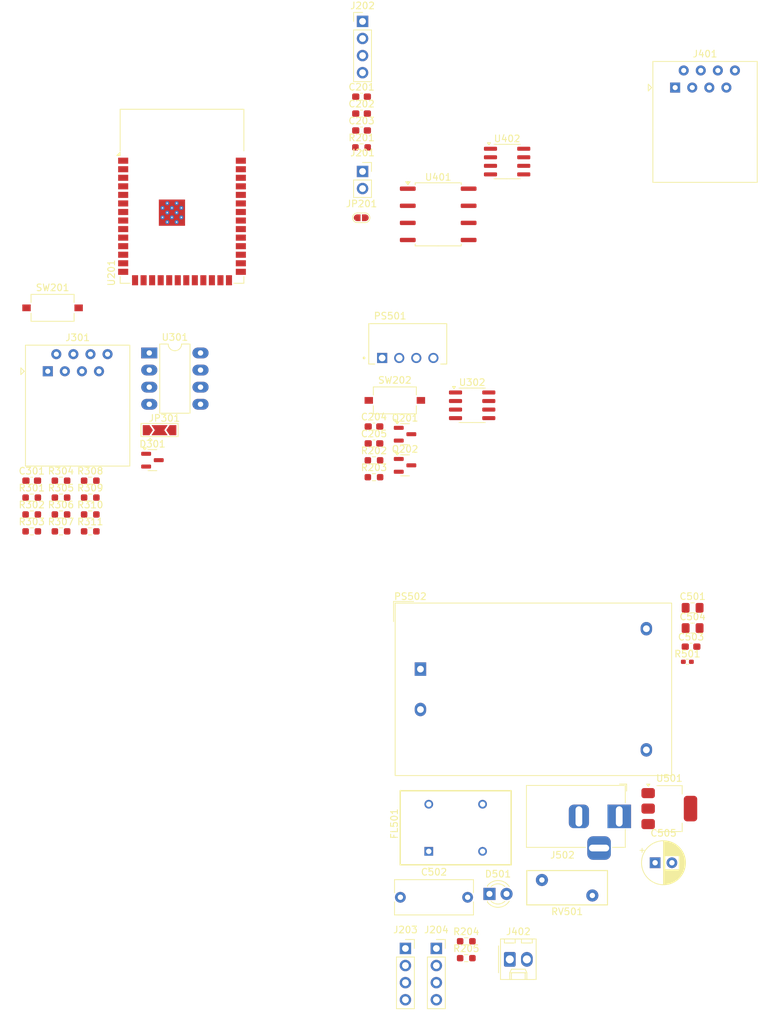
<source format=kicad_pcb>
(kicad_pcb (version 20240108) (generator "pcbnew") (generator_version "8.0")
  (layers (0 "F.Cu" signal) (31 "B.Cu" signal) (34 "B.Paste" user) (35 "F.Paste" user) (36 "B.SilkS" user "B.Silkscreen") (37 "F.SilkS" user "F.Silkscreen") (38 "B.Mask" user) (39 "F.Mask" user) (44 "Edge.Cuts" user))
  (net 0 "")
  (net 1 "Net-(JP201-B)")
  (net 2 "+5V")
  (net 3 "A")
  (net 4 "B")
  (net 5 "VCC")
  (net 10 "Net-(JP301-C)")
  (net 12 "TX-485")
  (net 13 "DE-485")
  (net 14 "RE-485")
  (net 15 "RX-485")
  (net 18 "Net-(C502-Pad1)")
  (net 19 "Net-(J501-Pin_1)")
  (net 37 "GND")
  (net 38 "3V3")
  (net 39 "RST")
  (net 40 "EN")
  (net 42 "UART0TX")
  (net 43 "UART0RX")
  (net 47 "Net-(D501-A)")
  (net 53 "Net-(PS502-AC_2)")
  (net 64 "Net-(PS502-AC_1)")
  (net 66 "SDA")
  (net 72 "ISO_5V")
  (net 73 "ISO_GND")
  (net 74 "Net-(Q201-B)")
  (net 75 "/esp32-module/RTS")
  (net 76 "/esp32-module/DTR")
  (net 77 "Net-(Q202-B)")
  (net 78 "+3.3V")
  (net 79 "SCL")
  (net 80 "/CAN_module/CAN_H")
  (net 81 "/CAN_module/CAN_L")
  (footprint "Resistor_SMD:R_0603_1608Metric_Pad0.98x0.95mm_HandSolder" (layer "F.Cu") (at 178.025 90.31)
    (property "Reference" "R302" (at 0 -1.43 0) (layer "F.SilkS"))
    (property "Value" "10K")
    (pad "1" smd roundrect (at -0.9125 0) (size 0.975 0.95) (layers "F.Cu" "F.Paste" "F.Mask") (net 13 "DE-485"))
    (pad "2" smd roundrect (at 0.9125 0) (size 0.975 0.95) (layers "F.Cu" "F.Paste" "F.Mask") (net 38 "3V3"))
  )
  (footprint "Resistor_SMD:R_0603_1608Metric_Pad0.98x0.95mm_HandSolder" (layer "F.Cu") (at 182.375 87.8)
    (property "Reference" "R305" (at 0 -1.43 0) (layer "F.SilkS"))
    (property "Value" "10K")
    (pad "1" smd roundrect (at -0.9125 0) (size 0.975 0.95) (layers "F.Cu" "F.Paste" "F.Mask") (net 3 "A"))
    (pad "2" smd roundrect (at 0.9125 0) (size 0.975 0.95) (layers "F.Cu" "F.Paste" "F.Mask") (net 10 "Net-(JP301-C)"))
  )
  (footprint "Capacitor_SMD:C_0603_1608Metric_Pad1.08x0.95mm_HandSolder" (layer "F.Cu") (at 227.075 30.76)
    (property "Reference" "C202" (at 0 -1.43 0) (layer "F.SilkS"))
    (property "Value" "10uF")
    (pad "1" smd roundrect (at -0.8625 0) (size 1.075 0.95) (layers "F.Cu" "F.Paste" "F.Mask") (net 38 "3V3"))
    (pad "2" smd roundrect (at 0.8625 0) (size 1.075 0.95) (layers "F.Cu" "F.Paste" "F.Mask") (net 37 "GND"))
  )
  (footprint "Resistor_SMD:R_0603_1608Metric_Pad0.98x0.95mm_HandSolder" (layer "F.Cu") (at 178.025 92.82)
    (property "Reference" "R303" (at 0 -1.43 0) (layer "F.SilkS"))
    (property "Value" "10K")
    (pad "1" smd roundrect (at -0.9125 0) (size 0.975 0.95) (layers "F.Cu" "F.Paste" "F.Mask") (net 14 "RE-485"))
    (pad "2" smd roundrect (at 0.9125 0) (size 0.975 0.95) (layers "F.Cu" "F.Paste" "F.Mask") (net 38 "3V3"))
  )
  (footprint "Connector_RJ:RJ45_Amphenol_54602-x08_Horizontal" (layer "F.Cu") (at 273.7175 26.9)
    (property "Reference" "J401" (at 4.445 -5 0) (layer "F.SilkS"))
    (property "Value" "RJ45")
    (pad "" np_thru_hole circle (at -1.27 6.35) (size 3.2 3.2) (drill 3.2) (layers "*.Cu" "*.Mask"))
    (pad "" np_thru_hole circle (at 10.16 6.35) (size 3.2 3.2) (drill 3.2) (layers "*.Cu" "*.Mask"))
    (pad "1" thru_hole rect (at 0 0) (size 1.5 1.5) (drill 0.76) (layers "*.Cu" "*.Mask"))
    (pad "2" thru_hole circle (at 1.27 -2.54) (size 1.5 1.5) (drill 0.76) (layers "*.Cu" "*.Mask"))
    (pad "3" thru_hole circle (at 2.54 0) (size 1.5 1.5) (drill 0.76) (layers "*.Cu" "*.Mask"))
    (pad "4" thru_hole circle (at 3.81 -2.54) (size 1.5 1.5) (drill 0.76) (layers "*.Cu" "*.Mask"))
    (pad "5" thru_hole circle (at 5.08 0) (size 1.5 1.5) (drill 0.76) (layers "*.Cu" "*.Mask"))
    (pad "6" thru_hole circle (at 6.35 -2.54) (size 1.5 1.5) (drill 0.76) (layers "*.Cu" "*.Mask"))
    (pad "7" thru_hole circle (at 7.62 0) (size 1.5 1.5) (drill 0.76) (layers "*.Cu" "*.Mask"))
    (pad "8" thru_hole circle (at 8.89 -2.54) (size 1.5 1.5) (drill 0.76) (layers "*.Cu" "*.Mask"))
  )
  (footprint "Connector_RJ:RJ45_Amphenol_54602-x08_Horizontal" (layer "F.Cu") (at 180.41 69.04)
    (property "Reference" "J301" (at 4.445 -5 0) (layer "F.SilkS"))
    (property "Value" "RJ45")
    (pad "" np_thru_hole circle (at -1.27 6.35) (size 3.2 3.2) (drill 3.2) (layers "*.Cu" "*.Mask"))
    (pad "" np_thru_hole circle (at 10.16 6.35) (size 3.2 3.2) (drill 3.2) (layers "*.Cu" "*.Mask"))
    (pad "1" thru_hole rect (at 0 0) (size 1.5 1.5) (drill 0.76) (layers "*.Cu" "*.Mask") (net 4 "B"))
    (pad "2" thru_hole circle (at 1.27 -2.54) (size 1.5 1.5) (drill 0.76) (layers "*.Cu" "*.Mask") (net 3 "A"))
    (pad "3" thru_hole circle (at 2.54 0) (size 1.5 1.5) (drill 0.76) (layers "*.Cu" "*.Mask") (net 37 "GND"))
    (pad "4" thru_hole circle (at 3.81 -2.54) (size 1.5 1.5) (drill 0.76) (layers "*.Cu" "*.Mask"))
    (pad "5" thru_hole circle (at 5.08 0) (size 1.5 1.5) (drill 0.76) (layers "*.Cu" "*.Mask"))
    (pad "6" thru_hole circle (at 6.35 -2.54) (size 1.5 1.5) (drill 0.76) (layers "*.Cu" "*.Mask") (net 37 "GND"))
    (pad "7" thru_hole circle (at 7.62 0) (size 1.5 1.5) (drill 0.76) (layers "*.Cu" "*.Mask") (net 3 "A"))
    (pad "8" thru_hole circle (at 8.89 -2.54) (size 1.5 1.5) (drill 0.76) (layers "*.Cu" "*.Mask") (net 4 "B"))
  )
  (footprint "Button_Switch_SMD:SW_Tactile_SPST_NO_Straight_CK_PTS636Sx25SMTRLFS" (layer "F.Cu") (at 181.125 59.62)
    (property "Reference" "SW201" (at 0 -3 0) (layer "F.SilkS"))
    (property "Value" "SW_Omron_B3FS")
    (pad "1" smd rect (at -3.875 0) (size 1.25 1) (layers "F.Cu" "F.Paste" "F.Mask") (net 1 "Net-(JP201-B)"))
    (pad "2" smd rect (at 3.875 0) (size 1.25 1) (layers "F.Cu" "F.Paste" "F.Mask") (net 37 "GND"))
  )
  (footprint "Resistor_SMD:R_0603_1608Metric_Pad0.98x0.95mm_HandSolder" (layer "F.Cu") (at 227.075 35.78)
    (property "Reference" "R201" (at 0 -1.43 0) (layer "F.SilkS"))
    (property "Value" "0R_0603")
    (pad "1" smd roundrect (at -0.9125 0) (size 0.975 0.95) (layers "F.Cu" "F.Paste" "F.Mask") (net 40 "EN"))
    (pad "2" smd roundrect (at 0.9125 0) (size 0.975 0.95) (layers "F.Cu" "F.Paste" "F.Mask") (net 5 "VCC"))
  )
  (footprint "Package_TO_SOT_SMD:SOT-23" (layer "F.Cu") (at 233.545 78.39)
    (property "Reference" "Q201" (at 0 -2.4 0) (layer "F.SilkS"))
    (property "Value" "MMBT3904")
    (pad "1" smd roundrect (at -0.9375 -0.95) (size 1.475 0.6) (layers "F.Cu" "F.Paste" "F.Mask") (net 74 "Net-(Q201-B)"))
    (pad "2" smd roundrect (at -0.9375 0.95) (size 1.475 0.6) (layers "F.Cu" "F.Paste" "F.Mask") (net 75 "/esp32-module/RTS"))
    (pad "3" smd roundrect (at 0.9375 0) (size 1.475 0.6) (layers "F.Cu" "F.Paste" "F.Mask") (net 40 "EN"))
  )
  (footprint "Capacitor_SMD:C_0603_1608Metric_Pad1.08x0.95mm_HandSolder" (layer "F.Cu") (at 228.925 77.245)
    (property "Reference" "C204" (at 0 -1.43 0) (layer "F.SilkS"))
    (property "Value" "0.1uF")
    (pad "1" smd roundrect (at -0.8625 0) (size 1.075 0.95) (layers "F.Cu" "F.Paste" "F.Mask") (net 38 "3V3"))
    (pad "2" smd roundrect (at 0.8625 0) (size 1.075 0.95) (layers "F.Cu" "F.Paste" "F.Mask") (net 37 "GND"))
  )
  (footprint "Package_TO_SOT_SMD:SOT-23" (layer "F.Cu") (at 233.545 83.015)
    (property "Reference" "Q202" (at 0 -2.4 0) (layer "F.SilkS"))
    (property "Value" "MMBT3904")
    (pad "1" smd roundrect (at -0.9375 -0.95) (size 1.475 0.6) (layers "F.Cu" "F.Paste" "F.Mask") (net 77 "Net-(Q202-B)"))
    (pad "2" smd roundrect (at -0.9375 0.95) (size 1.475 0.6) (layers "F.Cu" "F.Paste" "F.Mask") (net 76 "/esp32-module/DTR"))
    (pad "3" smd roundrect (at 0.9375 0) (size 1.475 0.6) (layers "F.Cu" "F.Paste" "F.Mask") (net 39 "RST"))
  )
  (footprint "Resistor_SMD:R_0603_1608Metric_Pad0.98x0.95mm_HandSolder" (layer "F.Cu") (at 228.925 82.265)
    (property "Reference" "R202" (at 0 -1.43 0) (layer "F.SilkS"))
    (property "Value" "0R_0603")
    (pad "1" smd roundrect (at -0.9125 0) (size 0.975 0.95) (layers "F.Cu" "F.Paste" "F.Mask") (net 76 "/esp32-module/DTR"))
    (pad "2" smd roundrect (at 0.9125 0) (size 0.975 0.95) (layers "F.Cu" "F.Paste" "F.Mask") (net 74 "Net-(Q201-B)"))
  )
  (footprint "Resistor_SMD:R_0402_1005Metric_Pad0.72x0.64mm_HandSolder" (layer "F.Cu") (at 275.53 112.195)
    (property "Reference" "R501" (at 0 -1.17 0) (layer "F.SilkS"))
    (property "Value" "1.5K")
    (pad "1" smd roundrect (at -0.5975 0) (size 0.715 0.64) (layers "F.Cu" "F.Paste" "F.Mask") (net 38 "3V3"))
    (pad "2" smd roundrect (at 0.5975 0) (size 0.715 0.64) (layers "F.Cu" "F.Paste" "F.Mask") (net 47 "Net-(D501-A)"))
  )
  (footprint "Button_Switch_SMD:SW_Tactile_SPST_NO_Straight_CK_PTS636Sx25SMTRLFS" (layer "F.Cu") (at 232.025 73.365)
    (property "Reference" "SW202" (at 0 -3 0) (layer "F.SilkS"))
    (property "Value" "SW_Omron_B3FS")
    (pad "1" smd rect (at -3.875 0) (size 1.25 1) (layers "F.Cu" "F.Paste" "F.Mask") (net 39 "RST"))
    (pad "2" smd rect (at 3.875 0) (size 1.25 1) (layers "F.Cu" "F.Paste" "F.Mask") (net 37 "GND"))
  )
  (footprint "LED_THT:LED_D3.0mm" (layer "F.Cu") (at 246.1 146.675)
    (property "Reference" "D501" (at 1.27 -2.96 0) (layer "F.SilkS"))
    (property "Value" "3mm RED")
    (pad "1" thru_hole rect (at 0 0) (size 1.8 1.8) (drill 0.9) (layers "*.Cu" "*.Mask") (net 37 "GND"))
    (pad "2" thru_hole circle (at 2.54 0) (size 1.8 1.8) (drill 0.9) (layers "*.Cu" "*.Mask") (net 47 "Net-(D501-A)"))
  )
  (footprint "Connector_PinSocket_2.54mm:PinSocket_1x04_P2.54mm_Vertical" (layer "F.Cu") (at 233.6 154.775)
    (property "Reference" "J203" (at 0 -2.77 0) (layer "F.SilkS"))
    (property "Value" "Conn_01x04_Socket")
    (pad "1" thru_hole rect (at 0 0) (size 1.7 1.7) (drill 1) (layers "*.Cu" "*.Mask") (net 37 "GND"))
    (pad "2" thru_hole oval (at 0 2.54) (size 1.7 1.7) (drill 1) (layers "*.Cu" "*.Mask") (net 38 "3V3"))
    (pad "3" thru_hole oval (at 0 5.08) (size 1.7 1.7) (drill 1) (layers "*.Cu" "*.Mask") (net 79 "SCL"))
    (pad "4" thru_hole oval (at 0 7.62) (size 1.7 1.7) (drill 1) (layers "*.Cu" "*.Mask") (net 66 "SDA"))
  )
  (footprint "Varistor:RV_Disc_D12mm_W5.1mm_P7.5mm" (layer "F.Cu") (at 253.9 144.605)
    (property "Reference" "RV501" (at 3.75 4.7 0) (layer "F.SilkS"))
    (property "Value" "10D561")
    (pad "1" thru_hole circle (at 0 0) (size 1.8 1.8) (drill 0.8) (layers "*.Cu" "*.Mask") (net 19 "Net-(J501-Pin_1)"))
    (pad "2" thru_hole circle (at 7.5 2.3) (size 1.8 1.8) (drill 0.8) (layers "*.Cu" "*.Mask") (net 18 "Net-(C502-Pad1)"))
  )
  (footprint "Package_TO_SOT_SMD:SOT-23" (layer "F.Cu") (at 195.975 82.245)
    (property "Reference" "D301" (at 0 -2.4 0) (layer "F.SilkS"))
    (property "Value" "SM712_SOT23")
    (pad "1" smd roundrect (at -0.9375 -0.95) (size 1.475 0.6) (layers "F.Cu" "F.Paste" "F.Mask") (net 3 "A"))
    (pad "2" smd roundrect (at -0.9375 0.95) (size 1.475 0.6) (layers "F.Cu" "F.Paste" "F.Mask") (net 4 "B"))
    (pad "3" smd roundrect (at 0.9375 0) (size 1.475 0.6) (layers "F.Cu" "F.Paste" "F.Mask") (net 37 "GND"))
  )
  (footprint "RF_Module:ESP32-S3-WROOM-1" (layer "F.Cu") (at 200.375 43.02)
    (property "Reference" "U201" (at -10.5 11.4 90) (layer "F.SilkS"))
    (property "Value" "ESP32-S3-WROOM-1")
    (pad "1" smd rect (at -8.75 -5.26) (size 1.5 0.9) (layers "F.Cu" "F.Paste" "F.Mask") (net 37 "GND"))
    (pad "2" smd rect (at -8.75 -3.99) (size 1.5 0.9) (layers "F.Cu" "F.Paste" "F.Mask") (net 38 "3V3"))
    (pad "3" smd rect (at -8.75 -2.72) (size 1.5 0.9) (layers "F.Cu" "F.Paste" "F.Mask") (net 40 "EN"))
    (pad "4" smd rect (at -8.75 -1.45) (size 1.5 0.9) (layers "F.Cu" "F.Paste" "F.Mask") (net 79 "SCL"))
    (pad "5" smd rect (at -8.75 -0.18) (size 1.5 0.9) (layers "F.Cu" "F.Paste" "F.Mask") (net 66 "SDA"))
    (pad "6" smd rect (at -8.75 1.09) (size 1.5 0.9) (layers "F.Cu" "F.Paste" "F.Mask"))
    (pad "7" smd rect (at -8.75 2.36) (size 1.5 0.9) (layers "F.Cu" "F.Paste" "F.Mask"))
    (pad "8" smd rect (at -8.75 3.63) (size 1.5 0.9) (layers "F.Cu" "F.Paste" "F.Mask"))
    (pad "9" smd rect (at -8.75 4.9) (size 1.5 0.9) (layers "F.Cu" "F.Paste" "F.Mask"))
    (pad "10" smd rect (at -8.75 6.17) (size 1.5 0.9) (layers "F.Cu" "F.Paste" "F.Mask") (net 12 "TX-485"))
    (pad "11" smd rect (at -8.75 7.44) (size 1.5 0.9) (layers "F.Cu" "F.Paste" "F.Mask") (net 15 "RX-485"))
    (pad "12" smd rect (at -8.75 8.71) (size 1.5 0.9) (layers "F.Cu" "F.Paste" "F.Mask"))
    (pad "13" smd rect (at -8.75 9.98) (size 1.5 0.9) (layers "F.Cu" "F.Paste" "F.Mask"))
    (pad "14" smd rect (at -8.75 11.25 180) (size 1.5 0.9) (layers "F.Cu" "F.Paste" "F.Mask"))
    (pad "15" smd rect (at -6.985 12.5 270) (size 1.5 0.9) (layers "F.Cu" "F.Paste" "F.Mask"))
    (pad "16" smd rect (at -5.715 12.5 270) (size 1.5 0.9) (layers "F.Cu" "F.Paste" "F.Mask"))
    (pad "17" smd rect (at -4.445 12.5 270) (size 1.5 0.9) (layers "F.Cu" "F.Paste" "F.Mask"))
    (pad "18" smd rect (at -3.175 12.5 270) (size 1.5 0.9) (layers "F.Cu" "F.Paste" "F.Mask"))
    (pad "19" smd rect (at -1.905 12.5 270) (size 1.5 0.9) (layers "F.Cu" "F.Paste" "F.Mask"))
    (pad "20" smd rect (at -0.635 12.5 270) (size 1.5 0.9) (layers "F.Cu" "F.Paste" "F.Mask"))
    (pad "21" smd rect (at 0.635 12.5 270) (size 1.5 0.9) (layers "F.Cu" "F.Paste" "F.Mask"))
    (pad "22" smd rect (at 1.905 12.5 270) (size 1.5 0.9) (layers "F.Cu" "F.Paste" "F.Mask"))
    (pad "23" smd rect (at 3.175 12.5 270) (size 1.5 0.9) (layers "F.Cu" "F.Paste" "F.Mask"))
    (pad "24" smd rect (at 4.445 12.5 270) (size 1.5 0.9) (layers "F.Cu" "F.Paste" "F.Mask"))
    (pad "25" smd rect (at 5.715 12.5 270) (size 1.5 0.9) (layers "F.Cu" "F.Paste" "F.Mask"))
    (pad "26" smd rect (at 6.985 12.5 270) (size 1.5 0.9) (layers "F.Cu" "F.Paste" "F.Mask"))
    (pad "27" smd rect (at 8.75 11.25) (size 1.5 0.9) (layers "F.Cu" "F.Paste" "F.Mask") (net 39 "RST"))
    (pad "28" smd rect (at 8.75 9.98) (size 1.5 0.9) (layers "F.Cu" "F.Paste" "F.Mask"))
    (pad "29" smd rect (at 8.75 8.71) (size 1.5 0.9) (layers "F.Cu" "F.Paste" "F.Mask"))
    (pad "30" smd rect (at 8.75 7.44) (size 1.5 0.9) (layers "F.Cu" "F.Paste" "F.Mask"))
    (pad "31" smd rect (at 8.75 6.17) (size 1.5 0.9) (layers "F.Cu" "F.Paste" "F.Mask"))
    (pad "32" smd rect (at 8.75 4.9) (size 1.5 0.9) (layers "F.Cu" "F.Paste" "F.Mask"))
    (pad "33" smd rect (at 8.75 3.63) (size 1.5 0.9) (layers "F.Cu" "F.Paste" "F.Mask"))
    (pad "34" smd rect (at 8.75 2.36) (size 1.5 0.9) (layers "F.Cu" "F.Paste" "F.Mask"))
    (pad "35" smd rect (at 8.75 1.09) (size 1.5 0.9) (layers "F.Cu" "F.Paste" "F.Mask"))
    (pad "36" smd rect (at 8.75 -0.18) (size 1.5 0.9) (layers "F.Cu" "F.Paste" "F.Mask") (net 43 "UART0RX"))
    (pad "37" smd rect (at 8.75 -1.45) (size 1.5 0.9) (layers "F.Cu" "F.Paste" "F.Mask") (net 42 "UART0TX"))
    (pad "38" smd rect (at 8.75 -2.72) (size 1.5 0.9) (layers "F.Cu" "F.Paste" "F.Mask"))
    (pad "39" smd rect (at 8.75 -3.99) (size 1.5 0.9) (layers "F.Cu" "F.Paste" "F.Mask"))
    (pad "40" smd rect (at 8.75 -5.26) (size 1.5 0.9) (layers "F.Cu" "F.Paste" "F.Mask") (net 37 "GND"))
    (pad "41" thru_hole circle (at -2.9 1.76 90) (size 0.6 0.6) (drill 0.2) (property pad_prop_heatsink) (layers "*.Cu" "F.Mask") (net 37 "GND"))
    (pad "41" thru_hole circle (at -2.9 3.16) (size 0.6 0.6) (drill 0.2) (property pad_prop_heatsink) (layers "*.Cu" "F.Mask") (net 37 "GND"))
    (pad "41" thru_hole circle (at -2.2 1.06) (size 0.6 0.6) (drill 0.2) (property pad_prop_heatsink) (layers "*.Cu" "F.Mask") (net 37 "GND"))
    (pad "41" thru_hole circle (at -2.2 2.46) (size 0.6 0.6) (drill 0.2) (property pad_prop_heatsink) (layers "*.Cu" "F.Mask") (net 37 "GND"))
    (pad "41" thru_hole circle (at -2.2 3.86) (size 0.6 0.6) (drill 0.2) (property pad_prop_heatsink) (layers "*.Cu" "F.Mask") (net 37 "GND"))
    (pad "41" thru_hole circle (at -1.5 1.76) (size 0.6 0.6) (drill 0.2) (property pad_prop_heatsink) (layers "*.Cu" "F.Mask") (net 37 "GND"))
    (pad "41" smd rect (at -1.5 2.46 270) (size 3.9 3.9) (layers "F.Cu" "F.Mask") (net 37 "GND"))
    (pad "41" thru_hole circle (at -1.5 3.16) (size 0.6 0.6) (drill 0.2) (property pad_prop_heatsink) (layers "*.Cu" "F.Mask") (net 37 "GND"))
    (pad "41" thru_hole circle (at -0.8 1.06) (size 0.6 0.6) (drill 0.2) (property pad_prop_heatsink) (layers "*.Cu" "F.Mask") (net 37 "GND"))
    (pad "41" thru_hole circle (at -0.8 2.46) (size 0.6 0.6) (drill 0.2) (property pad_prop_heatsink) (layers "*.Cu" "F.Mask") (net 37 "GND"))
    (pad "41" thru_hole circle (at -0.8 3.86) (size 0.6 0.6) (drill 0.2) (property pad_prop_heatsink) (layers "*.Cu" "F.Mask") (net 37 "GND"))
    (pad "41" thru_hole circle (at -0.1 1.76) (size 0.6 0.6) (drill 0.2) (property pad_prop_heatsink) (layers "*.Cu" "F.Mask") (net 37 "GND"))
    (pad "41" thru_hole circle (at -0.1 3.16) (size 0.6 0.6) (drill 0.2) (property pad_prop_heatsink) (layers "*.Cu" "F.Mask") (net 37 "GND"))
  )
  (footprint "Jumper:SolderJumper-3_P2.0mm_Open_TrianglePad1.0x1.5mm" (layer "F.Cu") (at 197.035 77.79)
    (property "Reference" "JP301" (at 0.725 -1.775 0) (layer "F.SilkS"))
    (property "Value" "SolderJumper_3_Open")
    (pad "1" smd custom (at -2 0) (size 0.3 0.3) (layers "F.Cu" "F.Mask") (net 38 "3V3") (options (clearance outline) (anchor rect)) (primitives (gr_poly (pts (xy 1 0) (xy 0.5 0.75) (xy -0.5 0.75) (xy -0.5 -0.75) (xy 0.5 -0.75)) (width 0) (fill yes))))
    (pad "2" smd custom (at 0 0) (size 0.3 0.3) (layers "F.Cu") (net 10 "Net-(JP301-C)") (options (clearance outline) (anchor rect)) (primitives (gr_poly (pts (xy 0.7 0) (xy 1.2 0.75) (xy -1.2 0.75) (xy -0.7 0) (xy -1.2 -0.75) (xy 1.2 -0.75)) (width 0) (fill yes))))
    (pad "3" smd custom (at 2 0 180) (size 0.3 0.3) (layers "F.Cu" "F.Mask") (net 2 "+5V") (options (clearance outline) (anchor rect)) (primitives (gr_poly (pts (xy 1 0) (xy 0.5 0.75) (xy -0.5 0.75) (xy -0.5 -0.75) (xy 0.5 -0.75)) (width 0) (fill yes))))
  )
  (footprint "Capacitor_SMD:C_0805_2012Metric_Pad1.18x1.45mm_HandSolder" (layer "F.Cu") (at 276.31 104.175)
    (property "Reference" "C501" (at 0 -1.68 0) (layer "F.SilkS"))
    (property "Value" "10MFD/16V")
    (pad "1" smd roundrect (at -1.0375 0) (size 1.175 1.45) (layers "F.Cu" "F.Paste" "F.Mask") (roundrect_rratio 0.212766) (net 2 "+5V"))
    (pad "2" smd roundrect (at 1.0375 0) (size 1.175 1.45) (layers "F.Cu" "F.Paste" "F.Mask") (roundrect_rratio 0.212766) (net 37 "GND"))
  )
  (footprint "Resistor_SMD:R_0603_1608Metric_Pad0.98x0.95mm_HandSolder" (layer "F.Cu") (at 182.375 85.29)
    (property "Reference" "R304" (at 0 -1.43 0) (layer "F.SilkS"))
    (property "Value" "10K")
    (pad "1" smd roundrect (at -0.9125 0) (size 0.975 0.95) (layers "F.Cu" "F.Paste" "F.Mask") (net 15 "RX-485"))
    (pad "2" smd roundrect (at 0.9125 0) (size 0.975 0.95) (layers "F.Cu" "F.Paste" "F.Mask") (net 38 "3V3"))
  )
  (footprint "Resistor_SMD:R_0603_1608Metric_Pad0.98x0.95mm_HandSolder" (layer "F.Cu") (at 228.925 84.775)
    (property "Reference" "R203" (at 0 -1.43 0) (layer "F.SilkS"))
    (property "Value" "0R_0603")
    (pad "1" smd roundrect (at -0.9125 0) (size 0.975 0.95) (layers "F.Cu" "F.Paste" "F.Mask") (net 75 "/esp32-module/RTS"))
    (pad "2" smd roundrect (at 0.9125 0) (size 0.975 0.95) (layers "F.Cu" "F.Paste" "F.Mask") (net 77 "Net-(Q202-B)"))
  )
  (footprint "Converter_ACDC:Converter_ACDC_Hi-Link_HLK-5Mxx" (layer "F.Cu") (at 235.835 113.28)
    (property "Reference" "PS502" (at -1.5 -10.79 0) (layer "F.SilkS"))
    (property "Value" "HLK-5M05")
    (pad "1" thru_hole rect (at 0 0) (size 1.7 2) (drill 1) (layers "*.Cu" "*.Mask") (net 64 "Net-(PS502-AC_1)"))
    (pad "2" thru_hole oval (at 0 6) (size 1.7 2) (drill 1) (layers "*.Cu" "*.Mask") (net 53 "Net-(PS502-AC_2)"))
    (pad "3" thru_hole oval (at 33.6 -6) (size 1.7 2) (drill 1) (layers "*.Cu" "*.Mask") (net 37 "GND"))
    (pad "4" thru_hole oval (at 33.6 12) (size 1.7 2) (drill 1) (layers "*.Cu" "*.Mask") (net 2 "+5V"))
  )
  (footprint "Package_SO:SOIC-8_3.9x4.9mm_P1.27mm" (layer "F.Cu") (at 243.525 74.095)
    (property "Reference" "U302" (at 0 -3.4 0) (layer "F.SilkS"))
    (property "Value" "MAX3486")
    (pad "1" smd roundrect (at -2.475 -1.905) (size 1.95 0.6) (layers "F.Cu" "F.Paste" "F.Mask") (net 15 "RX-485"))
    (pad "2" smd roundrect (at -2.475 -0.635) (size 1.95 0.6) (layers "F.Cu" "F.Paste" "F.Mask") (net 14 "RE-485"))
    (pad "3" smd roundrect (at -2.475 0.635) (size 1.95 0.6) (layers "F.Cu" "F.Paste" "F.Mask") (net 13 "DE-485"))
    (pad "4" smd roundrect (at -2.475 1.905) (size 1.95 0.6) (layers "F.Cu" "F.Paste" "F.Mask") (net 12 "TX-485"))
    (pad "5" smd roundrect (at 2.475 1.905) (size 1.95 0.6) (layers "F.Cu" "F.Paste" "F.Mask") (net 37 "GND"))
    (pad "6" smd roundrect (at 2.475 0.635) (size 1.95 0.6) (layers "F.Cu" "F.Paste" "F.Mask") (net 3 "A"))
    (pad "7" smd roundrect (at 2.475 -0.635) (size 1.95 0.6) (layers "F.Cu" "F.Paste" "F.Mask") (net 4 "B"))
    (pad "8" smd roundrect (at 2.475 -1.905) (size 1.95 0.6) (layers "F.Cu" "F.Paste" "F.Mask") (net 38 "3V3"))
  )
  (footprint "Resistor_SMD:R_0603_1608Metric_Pad0.98x0.95mm_HandSolder" (layer "F.Cu") (at 186.725 90.31)
    (property "Reference" "R310" (at 0 -1.43 0) (layer "F.SilkS"))
    (property "Value" "10K")
    (pad "1" smd roundrect (at -0.9125 0) (size 0.975 0.95) (layers "F.Cu" "F.Paste" "F.Mask") (net 14 "RE-485"))
    (pad "2" smd roundrect (at 0.9125 0) (size 0.975 0.95) (layers "F.Cu" "F.Paste" "F.Mask") (net 2 "+5V"))
  )
  (footprint "Connector_PinHeader_2.54mm:PinHeader_1x04_P2.54mm_Vertical" (layer "F.Cu") (at 227.225 17.07)
    (property "Reference" "J202" (at 0 -2.33 0) (layer "F.SilkS"))
    (property "Value" "Conn_01x04")
    (pad "1" thru_hole rect (at 0 0) (size 1.7 1.7) (drill 1) (layers "*.Cu" "*.Mask") (net 5 "VCC"))
    (pad "2" thru_hole oval (at 0 2.54) (size 1.7 1.7) (drill 1) (layers "*.Cu" "*.Mask") (net 43 "UART0RX"))
    (pad "3" thru_hole oval (at 0 5.08) (size 1.7 1.7) (drill 1) (layers "*.Cu" "*.Mask") (net 42 "UART0TX"))
    (pad "4" thru_hole oval (at 0 7.62) (size 1.7 1.7) (drill 1) (layers "*.Cu" "*.Mask") (net 37 "GND"))
  )
  (footprint "Resistor_SMD:R_0603_1608Metric_Pad0.98x0.95mm_HandSolder" (layer "F.Cu") (at 186.725 85.29)
    (property "Reference" "R308" (at 0 -1.43 0) (layer "F.SilkS"))
    (property "Value" "10K")
    (pad "1" smd roundrect (at -0.9125 0) (size 0.975 0.95) (layers "F.Cu" "F.Paste" "F.Mask") (net 12 "TX-485"))
    (pad "2" smd roundrect (at 0.9125 0) (size 0.975 0.95) (layers "F.Cu" "F.Paste" "F.Mask") (net 2 "+5V"))
  )
  (footprint "B0505S-1WR3:CONV_B0505S-1WR3" (layer "F.Cu") (at 233.95 64.965)
    (property "Reference" "PS501" (at -2.625 -4.135 0) (layer "F.SilkS"))
    (property "Value" "B0505S-1WR3")
    (pad "1" thru_hole rect (at -3.81 2.1) (size 1.508 1.508) (drill 1) (layers "*.Cu" "*.Mask") (net 37 "GND"))
    (pad "2" thru_hole circle (at -1.27 2.1) (size 1.508 1.508) (drill 1) (layers "*.Cu" "*.Mask") (net 2 "+5V"))
    (pad "3" thru_hole circle (at 1.27 2.1) (size 1.508 1.508) (drill 1) (layers "*.Cu" "*.Mask") (net 73 "ISO_GND"))
    (pad "4" thru_hole circle (at 3.81 2.1) (size 1.508 1.508) (drill 1) (layers "*.Cu" "*.Mask") (net 72 "ISO_5V"))
  )
  (footprint "Resistor_SMD:R_0603_1608Metric_Pad0.98x0.95mm_HandSolder" (layer "F.Cu") (at 186.725 87.8)
    (property "Reference" "R309" (at 0 -1.43 0) (layer "F.SilkS"))
    (property "Value" "10K")
    (pad "1" smd roundrect (at -0.9125 0) (size 0.975 0.95) (layers "F.Cu" "F.Paste" "F.Mask") (net 13 "DE-485"))
    (pad "2" smd roundrect (at 0.9125 0) (size 0.975 0.95) (layers "F.Cu" "F.Paste" "F.Mask") (net 2 "+5V"))
  )
  (footprint "Manupa:small_jumper" (layer "F.Cu") (at 227.075 45.96)
    (property "Reference" "JP201" (at 0 -1.8 0) (layer "F.SilkS"))
    (property "Value" "SolderJumper_2_Open")
    (pad "1" smd custom (at -0.59028 0.275842) (size 0.825 0.5) (layers "F.Cu" "F.Mask") (net 40 "EN") (options (clearance outline) (anchor rect)) (primitives (gr_poly (pts (xy 0.4375 0.5) (xy -0.0625 0.5) (xy -0.0625 -0.5) (xy 0.4375 -0.5)) (width 0) (fill yes)) (gr_circle (center -0.0625 0) (end 0.4375 0) (width 0) (fill yes))))
    (pad "2" smd custom (at 0.49722 0.25415) (size 0.85 0.5) (layers "F.Cu" "F.Mask") (net 1 "Net-(JP201-B)") (options (clearance outline) (anchor rect)) (primitives (gr_poly (pts (xy 0.067701 0.521692) (xy -0.432299 0.521692) (xy -0.432299 -0.478308) (xy 0.067701 -0.478308)) (width 0) (fill yes)) (gr_circle (center 0.067701 0.021692) (end 0.567701 0.021692) (width 0) (fill yes))))
  )
  (footprint "Package_TO_SOT_SMD:SOT-223-3_TabPin2" (layer "F.Cu") (at 272.85 134)
    (property "Reference" "U501" (at 0 -4.5 0) (layer "F.SilkS"))
    (property "Value" "AMS1117-3.3")
    (pad "1" smd roundrect (at -3.15 -2.3) (size 2 1.5) (layers "F.Cu" "F.Paste" "F.Mask") (net 37 "GND"))
    (pad "2" smd roundrect (at -3.15 0) (size 2 1.5) (layers "F.Cu" "F.Paste" "F.Mask") (net 38 "3V3"))
    (pad "2" smd roundrect (at 3.15 0) (size 2 3.8) (layers "F.Cu" "F.Paste" "F.Mask") (net 38 "3V3"))
    (pad "3" smd roundrect (at -3.15 2.3) (size 2 1.5) (layers "F.Cu" "F.Paste" "F.Mask") (net 2 "+5V"))
  )
  (footprint "Capacitor_SMD:C_0603_1608Metric_Pad1.08x0.95mm_HandSolder" (layer "F.Cu") (at 227.075 28.25)
    (property "Reference" "C201" (at 0 -1.43 0) (layer "F.SilkS"))
    (property "Value" "1uF")
    (pad "1" smd roundrect (at -0.8625 0) (size 1.075 0.95) (layers "F.Cu" "F.Paste" "F.Mask") (net 38 "3V3"))
    (pad "2" smd roundrect (at 0.8625 0) (size 1.075 0.95) (layers "F.Cu" "F.Paste" "F.Mask") (net 37 "GND"))
  )
  (footprint "Package_SO:SOP-8_6.62x9.15mm_P2.54mm" (layer "F.Cu") (at 238.475 45.73)
    (property "Reference" "U401" (at 0 -5.52 0) (layer "F.SilkS"))
    (property "Value" "ISO1050DUB")
    (pad "1" smd roundrect (at -4.525 -3.81) (size 2.35 0.65) (layers "F.Cu" "F.Paste" "F.Mask") (net 78 "+3.3V"))
    (pad "2" smd roundrect (at -4.525 -1.27) (size 2.35 0.65) (layers "F.Cu" "F.Paste" "F.Mask"))
    (pad "3" smd roundrect (at -4.525 1.27) (size 2.35 0.65) (layers "F.Cu" "F.Paste" "F.Mask"))
    (pad "4" smd roundrect (at -4.525 3.81) (size 2.35 0.65) (layers "F.Cu" "F.Paste" "F.Mask") (net 37 "GND"))
    (pad "5" smd roundrect (at 4.525 3.81) (size 2.35 0.65) (layers "F.Cu" "F.Paste" "F.Mask") (net 73 "ISO_GND"))
    (pad "6" smd roundrect (at 4.525 1.27) (size 2.35 0.65) (layers "F.Cu" "F.Paste" "F.Mask"))
    (pad "7" smd roundrect (at 4.525 -1.27) (size 2.35 0.65) (layers "F.Cu" "F.Paste" "F.Mask"))
    (pad "8" smd roundrect (at 4.525 -3.81) (size 2.35 0.65) (layers "F.Cu" "F.Paste" "F.Mask") (net 72 "ISO_5V"))
  )
  (footprint "Resistor_SMD:R_0603_1608Metric_Pad0.98x0.95mm_HandSolder" (layer "F.Cu") (at 242.65 156.215)
    (property "Reference" "R205" (at 0 -1.43 0) (layer "F.SilkS"))
    (property "Value" "0R_0603")
    (pad "1" smd roundrect (at -0.9125 0) (size 0.975 0.95) (layers "F.Cu" "F.Paste" "F.Mask") (net 66 "SDA"))
    (pad "2" smd roundrect (at 0.9125 0) (size 0.975 0.95) (layers "F.Cu" "F.Paste" "F.Mask") (net 38 "3V3"))
  )
  (footprint "Manupa:B82730U3951A020" (layer "F.Cu") (at 237.075 140.35)
    (property "Reference" "FL501" (at -5.125 -4.1 -90) (layer "F.SilkS"))
    (property "Value" "10mH" (hide yes))
    (pad "1" thru_hole rect (at 0 0) (size 1.3 1.3) (drill 0.8) (layers "*.Cu" "*.Mask") (net 19 "Net-(J501-Pin_1)"))
    (pad "2" thru_hole circle (at 8 0) (size 1.3 1.3) (drill 0.8) (layers "*.Cu" "*.Mask") (net 18 "Net-(C502-Pad1)"))
    (pad "3" thru_hole circle (at 8 -7) (size 1.3 1.3) (drill 0.8) (layers "*.Cu" "*.Mask") (net 64 "Net-(PS502-AC_1)"))
    (pad "4" thru_hole circle (at 0 -7) (size 1.3 1.3) (drill 0.8) (layers "*.Cu" "*.Mask") (net 53 "Net-(PS502-AC_2)"))
  )
  (footprint "Connector_Molex:Molex_KK-254_AE-6410-02A_1x02_P2.54mm_Vertical" (layer "F.Cu") (at 249.12 156.395)
    (property "Reference" "J402" (at 1.27 -4.12 0) (layer "F.SilkS"))
    (property "Value" "Conn_01x02_Socket")
    (pad "1" thru_hole roundrect (at 0 0) (size 1.74 2.19) (drill 1.19) (layers "*.Cu" "*.Mask") (roundrect_rratio 0.143678) (net 80 "/CAN_module/CAN_H"))
    (pad "2" thru_hole oval (at 2.54 0) (size 1.74 2.19) (drill 1.19) (layers "*.Cu" "*.Mask") (net 81 "/CAN_module/CAN_L"))
  )
  (footprint "Resistor_SMD:R_0603_1608Metric_Pad0.98x0.95mm_HandSolder" (layer "F.Cu") (at 182.375 90.31)
    (property "Reference" "R306" (at 0 -1.43 0) (layer "F.SilkS"))
    (property "Value" "120R")
    (pad "1" smd roundrect (at -0.9125 0) (size 0.975 0.95) (layers "F.Cu" "F.Paste" "F.Mask") (net 3 "A"))
    (pad "2" smd roundrect (at 0.9125 0) (size 0.975 0.95) (layers "F.Cu" "F.Paste" "F.Mask") (net 4 "B"))
  )
  (footprint "Capacitor_SMD:C_0603_1608Metric_Pad1.08x0.95mm_HandSolder" (layer "F.Cu") (at 227.075 33.27)
    (property "Reference" "C203" (at 0 -1.43 0) (layer "F.SilkS"))
    (property "Value" "100nF")
    (pad "1" smd roundrect (at -0.8625 0) (size 1.075 0.95) (layers "F.Cu" "F.Paste" "F.Mask") (net 1 "Net-(JP201-B)"))
    (pad "2" smd roundrect (at 0.8625 0) (size 1.075 0.95) (layers "F.Cu" "F.Paste" "F.Mask") (net 37 "GND"))
  )
  (footprint "Capacitor_THT:C_Rect_L11.5mm_W5.0mm_P10.00mm_MKT" (layer "F.Cu") (at 232.85 147.175)
    (property "Reference" "C502" (at 5 -3.75 0) (layer "F.SilkS"))
    (property "Value" "0.1MFD/250VAC")
    (pad "1" thru_hole circle (at 0 0) (size 1.6 1.6) (drill 0.8) (layers "*.Cu" "*.Mask") (net 18 "Net-(C502-Pad1)"))
    (pad "2" thru_hole circle (at 10 0) (size 1.6 1.6) (drill 0.8) (layers "*.Cu" "*.Mask") (net 19 "Net-(J501-Pin_1)"))
  )
  (footprint "Capacitor_THT:CP_Radial_D6.3mm_P2.50mm" (layer "F.Cu") (at 270.735241 142.045)
    (property "Reference" "C505" (at 1.25 -4.4 0) (layer "F.SilkS"))
    (property "Value" "C_Polarized_Small_US")
    (pad "1" thru_hole rect (at 0 0) (size 1.6 1.6) (drill 0.8) (layers "*.Cu" "*.Mask") (net 38 "3V3"))
    (pad "2" thru_hole circle (at 2.5 0) (size 1.6 1.6) (drill 0.8) (layers "*.Cu" "*.Mask") (net 37 "GND"))
  )
  (footprint "Connector_BarrelJack:BarrelJack_Horizontal" (layer "F.Cu") (at 265.4 135.16)
    (property "Reference" "J502" (at -8.45 5.75 0) (layer "F.SilkS"))
    (property "Value" "Barrel_Jack_Switch_Pin3Ring")
    (pad "1" thru_hole rect (at 0 0) (size 3.5 3.5) (drill oval 1 3) (layers "*.Cu" "*.Mask") (net 2 "+5V"))
    (pad "2" thru_hole roundrect (at -6 0) (size 3 3.5) (drill oval 1 3) (layers "*.Cu" "*.Mask") (net 37 "GND"))
    (pad "3" thru_hole roundrect (at -3 4.7) (size 3.5 3.5) (drill oval 3 1) (layers "*.Cu" "*.Mask") (net 37 "GND"))
  )
  (footprint "Resistor_SMD:R_0603_1608Metric_Pad0.98x0.95mm_HandSolder" (layer "F.Cu") (at 182.375 92.82)
    (property "Reference" "R307" (at 0 -1.43 0) (layer "F.SilkS"))
    (property "Value" "10K")
    (pad "1" smd roundrect (at -0.9125 0) (size 0.975 0.95) (layers "F.Cu" "F.Paste" "F.Mask") (net 4 "B"))
    (pad "2" smd roundrect (at 0.9125 0) (size 0.975 0.95) (layers "F.Cu" "F.Paste" "F.Mask") (net 37 "GND"))
  )
  (footprint "Capacitor_SMD:C_0603_1608Metric_Pad1.08x0.95mm_HandSolder" (layer "F.Cu") (at 276.08 109.945)
    (property "Reference" "C503" (at 0 -1.43 0) (layer "F.SilkS"))
    (property "Value" "0.1MFD/16V")
    (pad "1" smd roundrect (at -0.8625 0) (size 1.075 0.95) (layers "F.Cu" "F.Paste" "F.Mask") (net 2 "+5V"))
    (pad "2" smd roundrect (at 0.8625 0) (size 1.075 0.95) (layers "F.Cu" "F.Paste" "F.Mask") (net 37 "GND"))
  )
  (footprint "Resistor_SMD:R_0603_1608Metric_Pad0.98x0.95mm_HandSolder" (layer "F.Cu") (at 178.025 87.8)
    (property "Reference" "R301" (at 0 -1.43 0) (layer "F.SilkS"))
    (property "Value" "10K")
    (pad "1" smd roundrect (at -0.9125 0) (size 0.975 0.95) (layers "F.Cu" "F.Paste" "F.Mask") (net 12 "TX-485"))
    (pad "2" smd roundrect (at 0.9125 0) (size 0.975 0.95) (layers "F.Cu" "F.Paste" "F.Mask") (net 38 "3V3"))
  )
  (footprint "Package_SO:SOIC-8_3.9x4.9mm_P1.27mm" (layer "F.Cu") (at 248.725 37.89)
    (property "Reference" "U402" (at 0 -3.4 0) (layer "F.SilkS"))
    (property "Value" "TJA1051T")
    (pad "1" smd roundrect (at -2.475 -1.905) (size 1.95 0.6) (layers "F.Cu" "F.Paste" "F.Mask"))
    (pad "2" smd roundrect (at -2.475 -0.635) (size 1.95 0.6) (layers "F.Cu" "F.Paste" "F.Mask") (net 37 "GND"))
    (pad "3" smd roundrect (at -2.475 0.635) (size 1.95 0.6) (layers "F.Cu" "F.Paste" "F.Mask") (net 78 "+3.3V"))
    (pad "4" smd roundrect (at -2.475 1.905) (size 1.95 0.6) (layers "F.Cu" "F.Paste" "F.Mask"))
    (pad "5" smd roundrect (at 2.475 1.905) (size 1.95 0.6) (layers "F.Cu" "F.Paste" "F.Mask"))
    (pad "6" smd roundrect (at 2.475 0.635) (size 1.95 0.6) (layers "F.Cu" "F.Paste" "F.Mask"))
    (pad "7" smd roundrect (at 2.475 -0.635) (size 1.95 0.6) (layers "F.Cu" "F.Paste" "F.Mask"))
    (pad "8" smd roundrect (at 2.475 -1.905) (size 1.95 0.6) (layers "F.Cu" "F.Paste" "F.Mask"))
  )
  (footprint "Capacitor_SMD:C_0603_1608Metric_Pad1.08x0.95mm_HandSolder" (layer "F.Cu") (at 178.025 85.29)
    (property "Reference" "C301" (at 0 -1.43 0) (layer "F.SilkS"))
    (property "Value" "0.1MFD/16V")
    (pad "1" smd roundrect (at -0.8625 0) (size 1.075 0.95) (layers "F.Cu" "F.Paste" "F.Mask") (net 2 "+5V"))
    (pad "2" smd roundrect (at 0.8625 0) (size 1.075 0.95) (layers "F.Cu" "F.Paste" "F.Mask") (net 37 "GND"))
  )
  (footprint "Resistor_SMD:R_0603_1608Metric_Pad0.98x0.95mm_HandSolder" (layer "F.Cu") (at 242.65 153.705)
    (property "Reference" "R204" (at 0 -1.43 0) (layer "F.SilkS"))
    (property "Value" "0R_0603")
    (pad "1" smd roundrect (at -0.9125 0) (size 0.975 0.95) (layers "F.Cu" "F.Paste" "F.Mask") (net 38 "3V3"))
    (pad "2" smd roundrect (at 0.9125 0) (size 0.975 0.95) (layers "F.Cu" "F.Paste" "F.Mask") (net 79 "SCL"))
  )
  (footprint "Connector_PinSocket_2.54mm:PinSocket_1x02_P2.54mm_Vertical" (layer "F.Cu") (at 227.225 39.36)
    (property "Reference" "J201" (at 0 -2.77 0) (layer "F.SilkS"))
    (property "Value" "Socket_01x02")
    (pad "1" thru_hole rect (at 0 0) (size 1.7 1.7) (drill 1) (layers "*.Cu" "*.Mask") (net 39 "RST"))
    (pad "2" thru_hole oval (at 0 2.54) (size 1.7 1.7) (drill 1) (layers "*.Cu" "*.Mask") (net 37 "GND"))
  )
  (footprint "Connector_PinSocket_2.54mm:PinSocket_1x04_P2.54mm_Vertical" (layer "F.Cu") (at 238.2 154.775)
    (property "Reference" "J204" (at 0 -2.77 0) (layer "F.SilkS"))
    (property "Value" "Conn_01x04_Socket")
    (pad "1" thru_hole rect (at 0 0) (size 1.7 1.7) (drill 1) (layers "*.Cu" "*.Mask") (net 38 "3V3"))
    (pad "2" thru_hole oval (at 0 2.54) (size 1.7 1.7) (drill 1) (layers "*.Cu" "*.Mask") (net 37 "GND"))
    (pad "3" thru_hole oval (at 0 5.08) (size 1.7 1.7) (drill 1) (layers "*.Cu" "*.Mask") (net 79 "SCL"))
    (pad "4" thru_hole oval (at 0 7.62) (size 1.7 1.7) (drill 1) (layers "*.Cu" "*.Mask") (net 66 "SDA"))
  )
  (footprint "Capacitor_SMD:C_0603_1608Metric_Pad1.08x0.95mm_HandSolder" (layer "F.Cu") (at 228.925 79.755)
    (property "Reference" "C205" (at 0 -1.43 0) (layer "F.SilkS"))
    (property "Value" "100nF")
    (pad "1" smd roundrect (at -0.8625 0) (size 1.075 0.95) (layers "F.Cu" "F.Paste" "F.Mask") (net 37 "GND"))
    (pad "2" smd roundrect (at 0.8625 0) (size 1.075 0.95) (layers "F.Cu" "F.Paste" "F.Mask") (net 39 "RST"))
  )
  (footprint "Capacitor_SMD:C_0805_2012Metric_Pad1.18x1.45mm_HandSolder" (layer "F.Cu") (at 276.31 107.185)
    (property "Reference" "C504" (at 0 -1.68 0) (layer "F.SilkS"))
    (property "Value" "0.1MFD/16V")
    (pad "1" smd roundrect (at -1.0375 0) (size 1.175 1.45) (layers "F.Cu" "F.Paste" "F.Mask") (roundrect_rratio 0.212766) (net 38 "3V3"))
    (pad "2" smd roundrect (at 1.0375 0) (size 1.175 1.45) (layers "F.Cu" "F.Paste" "F.Mask") (roundrect_rratio 0.212766) (net 37 "GND"))
  )
  (footprint "Package_DIP:DIP-8_W7.62mm_LongPads" (layer "F.Cu") (at 195.505 66.32)
    (property "Reference" "U301" (at 3.81 -2.33 0) (layer "F.SilkS"))
    (property "Value" "MAX485E")
    (pad "1" thru_hole rect (at 0 0) (size 2.4 1.6) (drill 0.8) (layers "*.Cu" "*.Mask") (net 15 "RX-485"))
    (pad "2" thru_hole oval (at 0 2.54) (size 2.4 1.6) (drill 0.8) (layers "*.Cu" "*.Mask") (net 14 "RE-485"))
    (pad "3" thru_hole oval (at 0 5.08) (size 2.4 1.6) (drill 0.8) (layers "*.Cu" "*.Mask") (net 13 "DE-485"))
    (pad "4" thru_hole oval (at 0 7.62) (size 2.4 1.6) (drill 0.8) (layers "*.Cu" "*.Mask") (net 12 "TX-485"))
    (pad "5" thru_hole oval (at 7.62 7.62) (size 2.4 1.6) (drill 0.8) (layers "*.Cu" "*.Mask") (net 37 "GND"))
    (pad "6" thru_hole oval (at 7.62 5.08) (size 2.4 1.6) (drill 0.8) (layers "*.Cu" "*.Mask") (net 3 "A"))
    (pad "7" thru_hole oval (at 7.62 2.54) (size 2.4 1.6) (drill 0.8) (layers "*.Cu" "*.Mask") (net 4 "B"))
    (pad "8" thru_hole oval (at 7.62 0) (size 2.4 1.6) (drill 0.8) (layers "*.Cu" "*.Mask") (net 2 "+5V"))
  )
  (footprint "Resistor_SMD:R_0603_1608Metric_Pad0.98x0.95mm_HandSolder" (layer "F.Cu") (at 186.725 92.82)
    (property "Reference" "R311" (at 0 -1.43 0) (layer "F.SilkS"))
    (property "Value" "10K")
    (pad "1" smd roundrect (at -0.9125 0) (size 0.975 0.95) (layers "F.Cu" "F.Paste" "F.Mask") (net 15 "RX-485"))
    (pad "2" smd roundrect (at 0.9125 0) (size 0.975 0.95) (layers "F.Cu" "F.Paste" "F.Mask") (net 2 "+5V"))
  )
)
</source>
